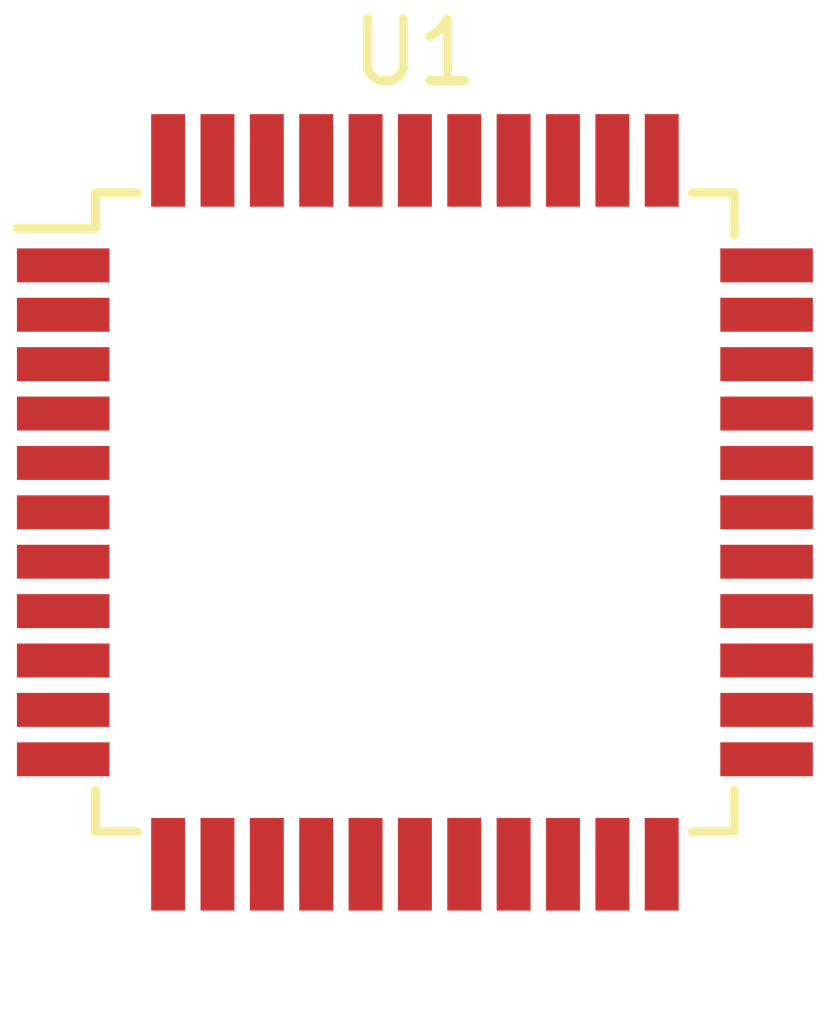
<source format=kicad_pcb>
(kicad_pcb (version 20211014) (generator pcbnew)
  (layers (0 "F.Cu" signal) (31 "B.Cu" signal) (34 "B.Paste" user) (35 "F.Paste" user) (36 "B.SilkS" user "B.Silkscreen") (37 "F.SilkS" user "F.Silkscreen") (38 "B.Mask" user) (39 "F.Mask" user) (44 "Edge.Cuts" user))
  (net 0 "")
  (net 5 "GNDREF")
  (net 14 "Net-(U1-Pad14)")
  (net 22 "Net-(U1-Pad24)")
  (footprint "Package_QFP:TQFP-44_10x10mm_P0.8mm" (layer "F.Cu") (at 129.54 76.2)
    (fp_text reference "U1" (at 0 -7.45) (layer "F.SilkS"))
    (fp_text value "ATmega32U4-A")
    (fp_line (start -5.175 -4.6) (end -6.45 -4.6) (layer "F.SilkS") (width 0.15))
    (fp_line (start -5.175 -5.175) (end -4.5 -5.175) (layer "F.SilkS") (width 0.15))
    (fp_line (start -5.175 -5.175) (end -5.175 -4.6) (layer "F.SilkS") (width 0.15))
    (fp_line (start -5.175 5.175) (end -5.175 4.5) (layer "F.SilkS") (width 0.15))
    (fp_line (start 5.175 5.175) (end 5.175 4.5) (layer "F.SilkS") (width 0.15))
    (fp_line (start 5.175 -5.175) (end 4.5 -5.175) (layer "F.SilkS") (width 0.15))
    (fp_line (start -5.175 5.175) (end -4.5 5.175) (layer "F.SilkS") (width 0.15))
    (fp_line (start 5.175 5.175) (end 4.5 5.175) (layer "F.SilkS") (width 0.15))
    (fp_line (start 5.175 -5.175) (end 5.175 -4.5) (layer "F.SilkS") (width 0.15))
    (pad "1" smd rect (at -5.7 -4) (size 1.5 0.55) (layers "F.Cu" "F.Paste" "F.Mask"))
    (pad "2" smd rect (at -5.7 -3.2) (size 1.5 0.55) (layers "F.Cu" "F.Paste" "F.Mask"))
    (pad "3" smd rect (at -5.7 -2.4) (size 1.5 0.55) (layers "F.Cu" "F.Paste" "F.Mask"))
    (pad "4" smd rect (at -5.7 -1.6) (size 1.5 0.55) (layers "F.Cu" "F.Paste" "F.Mask"))
    (pad "5" smd rect (at -5.7 -0.8) (size 1.5 0.55) (layers "F.Cu" "F.Paste" "F.Mask") (net 5 "GNDREF"))
    (pad "6" smd rect (at -5.7 0) (size 1.5 0.55) (layers "F.Cu" "F.Paste" "F.Mask"))
    (pad "7" smd rect (at -5.7 0.8) (size 1.5 0.55) (layers "F.Cu" "F.Paste" "F.Mask"))
    (pad "8" smd rect (at -5.7 1.6) (size 1.5 0.55) (layers "F.Cu" "F.Paste" "F.Mask"))
    (pad "9" smd rect (at -5.7 2.4) (size 1.5 0.55) (layers "F.Cu" "F.Paste" "F.Mask"))
    (pad "10" smd rect (at -5.7 3.2) (size 1.5 0.55) (layers "F.Cu" "F.Paste" "F.Mask"))
    (pad "11" smd rect (at -5.7 4) (size 1.5 0.55) (layers "F.Cu" "F.Paste" "F.Mask"))
    (pad "12" smd rect (at -4 5.7 90) (size 1.5 0.55) (layers "F.Cu" "F.Paste" "F.Mask"))
    (pad "13" smd rect (at -3.2 5.7 90) (size 1.5 0.55) (layers "F.Cu" "F.Paste" "F.Mask"))
    (pad "14" smd rect (at -2.4 5.7 90) (size 1.5 0.55) (layers "F.Cu" "F.Paste" "F.Mask") (net 14 "Net-(U1-Pad14)"))
    (pad "15" smd rect (at -1.6 5.7 90) (size 1.5 0.55) (layers "F.Cu" "F.Paste" "F.Mask") (net 5 "GNDREF"))
    (pad "16" smd rect (at -0.8 5.7 90) (size 1.5 0.55) (layers "F.Cu" "F.Paste" "F.Mask"))
    (pad "17" smd rect (at 0 5.7 90) (size 1.5 0.55) (layers "F.Cu" "F.Paste" "F.Mask"))
    (pad "18" smd rect (at 0.8 5.7 90) (size 1.5 0.55) (layers "F.Cu" "F.Paste" "F.Mask"))
    (pad "19" smd rect (at 1.6 5.7 90) (size 1.5 0.55) (layers "F.Cu" "F.Paste" "F.Mask"))
    (pad "20" smd rect (at 2.4 5.7 90) (size 1.5 0.55) (layers "F.Cu" "F.Paste" "F.Mask"))
    (pad "21" smd rect (at 3.2 5.7 90) (size 1.5 0.55) (layers "F.Cu" "F.Paste" "F.Mask"))
    (pad "22" smd rect (at 4 5.7 90) (size 1.5 0.55) (layers "F.Cu" "F.Paste" "F.Mask"))
    (pad "23" smd rect (at 5.7 4) (size 1.5 0.55) (layers "F.Cu" "F.Paste" "F.Mask") (net 5 "GNDREF"))
    (pad "24" smd rect (at 5.7 3.2) (size 1.5 0.55) (layers "F.Cu" "F.Paste" "F.Mask") (net 22 "Net-(U1-Pad24)"))
    (pad "25" smd rect (at 5.7 2.4) (size 1.5 0.55) (layers "F.Cu" "F.Paste" "F.Mask"))
    (pad "26" smd rect (at 5.7 1.6) (size 1.5 0.55) (layers "F.Cu" "F.Paste" "F.Mask"))
    (pad "27" smd rect (at 5.7 0.8) (size 1.5 0.55) (layers "F.Cu" "F.Paste" "F.Mask"))
    (pad "28" smd rect (at 5.7 0) (size 1.5 0.55) (layers "F.Cu" "F.Paste" "F.Mask"))
    (pad "29" smd rect (at 5.7 -0.8) (size 1.5 0.55) (layers "F.Cu" "F.Paste" "F.Mask"))
    (pad "30" smd rect (at 5.7 -1.6) (size 1.5 0.55) (layers "F.Cu" "F.Paste" "F.Mask"))
    (pad "31" smd rect (at 5.7 -2.4) (size 1.5 0.55) (layers "F.Cu" "F.Paste" "F.Mask"))
    (pad "32" smd rect (at 5.7 -3.2) (size 1.5 0.55) (layers "F.Cu" "F.Paste" "F.Mask"))
    (pad "33" smd rect (at 5.7 -4) (size 1.5 0.55) (layers "F.Cu" "F.Paste" "F.Mask"))
    (pad "34" smd rect (at 4 -5.7 90) (size 1.5 0.55) (layers "F.Cu" "F.Paste" "F.Mask") (net 14 "Net-(U1-Pad14)"))
    (pad "35" smd rect (at 3.2 -5.7 90) (size 1.5 0.55) (layers "F.Cu" "F.Paste" "F.Mask") (net 5 "GNDREF"))
    (pad "36" smd rect (at 2.4 -5.7 90) (size 1.5 0.55) (layers "F.Cu" "F.Paste" "F.Mask"))
    (pad "37" smd rect (at 1.6 -5.7 90) (size 1.5 0.55) (layers "F.Cu" "F.Paste" "F.Mask"))
    (pad "38" smd rect (at 0.8 -5.7 90) (size 1.5 0.55) (layers "F.Cu" "F.Paste" "F.Mask"))
    (pad "39" smd rect (at 0 -5.7 90) (size 1.5 0.55) (layers "F.Cu" "F.Paste" "F.Mask"))
    (pad "40" smd rect (at -0.8 -5.7 90) (size 1.5 0.55) (layers "F.Cu" "F.Paste" "F.Mask"))
    (pad "41" smd rect (at -1.6 -5.7 90) (size 1.5 0.55) (layers "F.Cu" "F.Paste" "F.Mask"))
    (pad "42" smd rect (at -2.4 -5.7 90) (size 1.5 0.55) (layers "F.Cu" "F.Paste" "F.Mask"))
    (pad "43" smd rect (at -3.2 -5.7 90) (size 1.5 0.55) (layers "F.Cu" "F.Paste" "F.Mask") (net 5 "GNDREF"))
    (pad "44" smd rect (at -4 -5.7 90) (size 1.5 0.55) (layers "F.Cu" "F.Paste" "F.Mask") (net 22 "Net-(U1-Pad24)"))
  )
)
</source>
